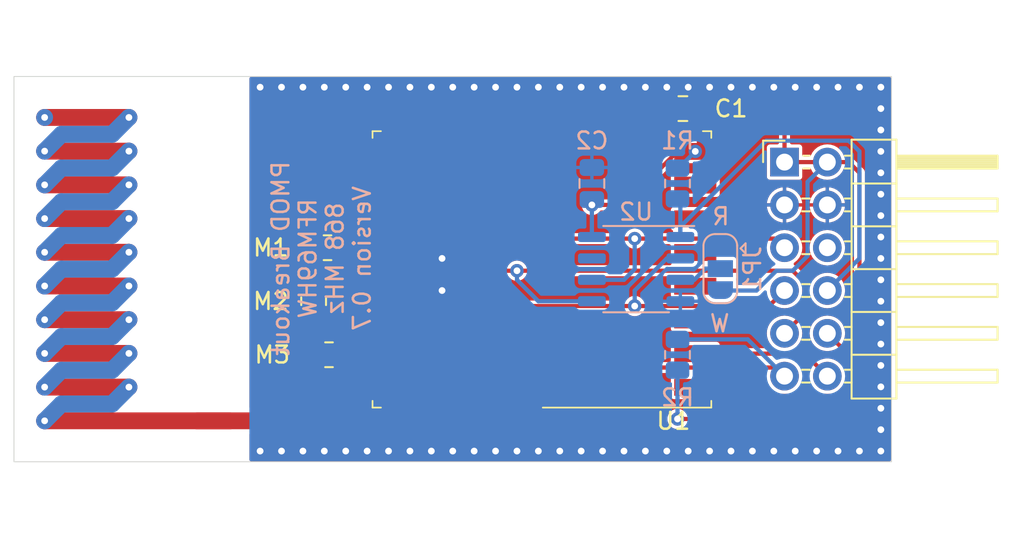
<source format=kicad_pcb>
(kicad_pcb (version 20221018) (generator pcbnew)
  (layers (0 "F.Cu" signal) (31 "B.Cu" signal) (34 "B.Paste" user) (35 "F.Paste" user) (36 "B.SilkS" user "B.Silkscreen") (37 "F.SilkS" user "F.Silkscreen") (38 "B.Mask" user) (39 "F.Mask" user) (44 "Edge.Cuts" user))
  (net 0 "")
  (net 1 "GND")
  (net 2 "DIO0")
  (net 3 "nRESET")
  (net 4 "nCS")
  (net 5 "SCK")
  (net 6 "MOSI")
  (net 7 "MISO")
  (net 8 "VCC")
  (net 10 "nCS2")
  (net 11 "Net-(AE1-A)")
  (net 13 "Net-(U1-ANA)")
  (net 18 "Net-(JP1-C)")
  (footprint "Connector_PinHeader_2.54mm:PinHeader_2x06_P2.54mm_Horizontal" (layer "F.Cu") (at 149.86 43.18)
    (fp_text reference "J1" hide)
    (fp_text value "Conn_02x06_Odd_Even")
    (fp_line (start -1.27 -1.27) (end 0 -1.27) (stroke (width 0.12)) (layer "F.SilkS"))
    (fp_line (start -1.27 0) (end -1.27 -1.27) (stroke (width 0.12)) (layer "F.SilkS"))
    (fp_line (start 1.042929 2.16) (end 1.497071 2.16) (stroke (width 0.12)) (layer "F.SilkS"))
    (fp_line (start 1.042929 2.92) (end 1.497071 2.92) (stroke (width 0.12)) (layer "F.SilkS"))
    (fp_line (start 1.042929 4.7) (end 1.497071 4.7) (stroke (width 0.12)) (layer "F.SilkS"))
    (fp_line (start 1.042929 5.46) (end 1.497071 5.46) (stroke (width 0.12)) (layer "F.SilkS"))
    (fp_line (start 1.042929 7.24) (end 1.497071 7.24) (stroke (width 0.12)) (layer "F.SilkS"))
    (fp_line (start 1.042929 8) (end 1.497071 8) (stroke (width 0.12)) (layer "F.SilkS"))
    (fp_line (start 1.042929 9.78) (end 1.497071 9.78) (stroke (width 0.12)) (layer "F.SilkS"))
    (fp_line (start 1.042929 10.54) (end 1.497071 10.54) (stroke (width 0.12)) (layer "F.SilkS"))
    (fp_line (start 1.042929 12.32) (end 1.497071 12.32) (stroke (width 0.12)) (layer "F.SilkS"))
    (fp_line (start 1.042929 13.08) (end 1.497071 13.08) (stroke (width 0.12)) (layer "F.SilkS"))
    (fp_line (start 1.11 -0.38) (end 1.497071 -0.38) (stroke (width 0.12)) (layer "F.SilkS"))
    (fp_line (start 1.11 0.38) (end 1.497071 0.38) (stroke (width 0.12)) (layer "F.SilkS"))
    (fp_line (start 3.582929 -0.38) (end 3.98 -0.38) (stroke (width 0.12)) (layer "F.SilkS"))
    (fp_line (start 3.582929 0.38) (end 3.98 0.38) (stroke (width 0.12)) (layer "F.SilkS"))
    (fp_line (start 3.582929 2.16) (end 3.98 2.16) (stroke (width 0.12)) (layer "F.SilkS"))
    (fp_line (start 3.582929 2.92) (end 3.98 2.92) (stroke (width 0.12)) (layer "F.SilkS"))
    (fp_line (start 3.582929 4.7) (end 3.98 4.7) (stroke (width 0.12)) (layer "F.SilkS"))
    (fp_line (start 3.582929 5.46) (end 3.98 5.46) (stroke (width 0.12)) (layer "F.SilkS"))
    (fp_line (start 3.582929 7.24) (end 3.98 7.24) (stroke (width 0.12)) (layer "F.SilkS"))
    (fp_line (start 3.582929 8) (end 3.98 8) (stroke (width 0.12)) (layer "F.SilkS"))
    (fp_line (start 3.582929 9.78) (end 3.98 9.78) (stroke (width 0.12)) (layer "F.SilkS"))
    (fp_line (start 3.582929 10.54) (end 3.98 10.54) (stroke (width 0.12)) (layer "F.SilkS"))
    (fp_line (start 3.582929 12.32) (end 3.98 12.32) (stroke (width 0.12)) (layer "F.SilkS"))
    (fp_line (start 3.582929 13.08) (end 3.98 13.08) (stroke (width 0.12)) (layer "F.SilkS"))
    (fp_line (start 3.98 -1.33) (end 3.98 14.03) (stroke (width 0.12)) (layer "F.SilkS"))
    (fp_line (start 3.98 1.27) (end 6.64 1.27) (stroke (width 0.12)) (layer "F.SilkS"))
    (fp_line (start 3.98 3.81) (end 6.64 3.81) (stroke (width 0.12)) (layer "F.SilkS"))
    (fp_line (start 3.98 6.35) (end 6.64 6.35) (stroke (width 0.12)) (layer "F.SilkS"))
    (fp_line (start 3.98 8.89) (end 6.64 8.89) (stroke (width 0.12)) (layer "F.SilkS"))
    (fp_line (start 3.98 11.43) (end 6.64 11.43) (stroke (width 0.12)) (layer "F.SilkS"))
    (fp_line (start 3.98 14.03) (end 6.64 14.03) (stroke (width 0.12)) (layer "F.SilkS"))
    (fp_line (start 6.64 -1.33) (end 3.98 -1.33) (stroke (width 0.12)) (layer "F.SilkS"))
    (fp_line (start 6.64 -0.38) (end 12.64 -0.38) (stroke (width 0.12)) (layer "F.SilkS"))
    (fp_line (start 6.64 -0.32) (end 12.64 -0.32) (stroke (width 0.12)) (layer "F.SilkS"))
    (fp_line (start 6.64 -0.2) (end 12.64 -0.2) (stroke (width 0.12)) (layer "F.SilkS"))
    (fp_line (start 6.64 -0.08) (end 12.64 -0.08) (stroke (width 0.12)) (layer "F.SilkS"))
    (fp_line (start 6.64 0.04) (end 12.64 0.04) (stroke (width 0.12)) (layer "F.SilkS"))
    (fp_line (start 6.64 0.16) (end 12.64 0.16) (stroke (width 0.12)) (layer "F.SilkS"))
    (fp_line (start 6.64 0.28) (end 12.64 0.28) (stroke (width 0.12)) (layer "F.SilkS"))
    (fp_line (start 6.64 2.16) (end 12.64 2.16) (stroke (width 0.12)) (layer "F.SilkS"))
    (fp_line (start 6.64 4.7) (end 12.64 4.7) (stroke (width 0.12)) (layer "F.SilkS"))
    (fp_line (start 6.64 7.24) (end 12.64 7.24) (stroke (width 0.12)) (layer "F.SilkS"))
    (fp_line (start 6.64 9.78) (end 12.64 9.78) (stroke (width 0.12)) (layer "F.SilkS"))
    (fp_line (start 6.64 12.32) (end 12.64 12.32) (stroke (width 0.12)) (layer "F.SilkS"))
    (fp_line (start 6.64 14.03) (end 6.64 -1.33) (stroke (width 0.12)) (layer "F.SilkS"))
    (fp_line (start 12.64 -0.38) (end 12.64 0.38) (stroke (width 0.12)) (layer "F.SilkS"))
    (fp_line (start 12.64 0.38) (end 6.64 0.38) (stroke (width 0.12)) (layer "F.SilkS"))
    (fp_line (start 12.64 2.16) (end 12.64 2.92) (stroke (width 0.12)) (layer "F.SilkS"))
    (fp_line (start 12.64 2.92) (end 6.64 2.92) (stroke (width 0.12)) (layer "F.SilkS"))
    (fp_line (start 12.64 4.7) (end 12.64 5.46) (stroke (width 0.12)) (layer "F.SilkS"))
    (fp_line (start 12.64 5.46) (end 6.64 5.46) (stroke (width 0.12)) (layer "F.SilkS"))
    (fp_line (start 12.64 7.24) (end 12.64 8) (stroke (width 0.12)) (layer "F.SilkS"))
    (fp_line (start 12.64 8) (end 6.64 8) (stroke (width 0.12)) (layer "F.SilkS"))
    (fp_line (start 12.64 9.78) (end 12.64 10.54) (stroke (width 0.12)) (layer "F.SilkS"))
    (fp_line (start 12.64 10.54) (end 6.64 10.54) (stroke (width 0.12)) (layer "F.SilkS"))
    (fp_line (start 12.64 12.32) (end 12.64 13.08) (stroke (width 0.12)) (layer "F.SilkS"))
    (fp_line (start 12.64 13.08) (end 6.64 13.08) (stroke (width 0.12)) (layer "F.SilkS"))
    (pad "1" thru_hole rect (at 0 0) (size 1.7 1.7) (drill 1) (layers "*.Cu" "*.Mask") (net 8 "VCC"))
    (pad "2" thru_hole oval (at 2.54 0) (size 1.7 1.7) (drill 1) (layers "*.Cu" "*.Mask") (net 8 "VCC"))
    (pad "3" thru_hole oval (at 0 2.54) (size 1.7 1.7) (drill 1) (layers "*.Cu" "*.Mask") (net 1 "GND"))
    (pad "4" thru_hole oval (at 2.54 2.54) (size 1.7 1.7) (drill 1) (layers "*.Cu" "*.Mask") (net 1 "GND"))
    (pad "5" thru_hole oval (at 0 5.08) (size 1.7 1.7) (drill 1) (layers "*.Cu" "*.Mask") (net 5 "SCK"))
    (pad "6" thru_hole oval (at 2.54 5.08) (size 1.7 1.7) (drill 1) (layers "*.Cu" "*.Mask"))
    (pad "7" thru_hole oval (at 0 7.62) (size 1.7 1.7) (drill 1) (layers "*.Cu" "*.Mask") (net 7 "MISO"))
    (pad "8" thru_hole oval (at 2.54 7.62) (size 1.7 1.7) (drill 1) (layers "*.Cu" "*.Mask") (net 10 "nCS2"))
    (pad "9" thru_hole oval (at 0 10.16) (size 1.7 1.7) (drill 1) (layers "*.Cu" "*.Mask") (net 6 "MOSI"))
    (pad "10" thru_hole oval (at 2.54 10.16) (size 1.7 1.7) (drill 1) (layers "*.Cu" "*.Mask") (net 3 "nRESET"))
    (pad "11" thru_hole oval (at 0 12.7) (size 1.7 1.7) (drill 1) (layers "*.Cu" "*.Mask") (net 4 "nCS"))
    (pad "12" thru_hole oval (at 2.54 12.7) (size 1.7 1.7) (drill 1) (layers "*.Cu" "*.Mask") (net 2 "DIO0"))
  )
  (footprint "Resistor_SMD:R_0805_2012Metric" (layer "F.Cu") (at 122.8325 54.61)
    (fp_text reference "M3" (at -3.365 0) (layer "F.SilkS"))
    (fp_text value "12 nH")
    (fp_line (start -0.227064 -0.735) (end 0.227064 -0.735) (stroke (width 0.12)) (layer "F.SilkS"))
    (fp_line (start -0.227064 0.735) (end 0.227064 0.735) (stroke (width 0.12)) (layer "F.SilkS"))
    (pad "1" smd roundrect (at -0.9125 0) (size 1.025 1.4) (layers "F.Cu" "F.Paste" "F.Mask") (roundrect_rratio 0.243902439) (net 11 "Net-(AE1-A)"))
    (pad "2" smd roundrect (at 0.9125 0) (size 1.025 1.4) (layers "F.Cu" "F.Paste" "F.Mask") (roundrect_rratio 0.243902439) (net 1 "GND"))
  )
  (footprint "Capacitor_SMD:C_0805_2012Metric" (layer "F.Cu") (at 143.83 40.005 180)
    (fp_text reference "C1" (at -2.855 0) (layer "F.SilkS"))
    (fp_text value "C_Small")
    (fp_line (start -0.261252 -0.735) (end 0.261252 -0.735) (stroke (width 0.12)) (layer "F.SilkS"))
    (fp_line (start -0.261252 0.735) (end 0.261252 0.735) (stroke (width 0.12)) (layer "F.SilkS"))
    (pad "1" smd roundrect (at -0.95 0 180) (size 1 1.45) (layers "F.Cu" "F.Paste" "F.Mask") (net 8 "VCC"))
    (pad "2" smd roundrect (at 0.95 0 180) (size 1 1.45) (layers "F.Cu" "F.Paste" "F.Mask") (net 1 "GND"))
  )
  (footprint "Resistor_SMD:R_0805_2012Metric" (layer "F.Cu") (at 122.745 48.26)
    (fp_text reference "M1" (at -3.365 0) (layer "F.SilkS"))
    (fp_text value "DNP")
    (fp_line (start -0.227064 -0.735) (end 0.227064 -0.735) (stroke (width 0.12)) (layer "F.SilkS"))
    (fp_line (start -0.227064 0.735) (end 0.227064 0.735) (stroke (width 0.12)) (layer "F.SilkS"))
    (pad "1" smd roundrect (at -0.9125 0) (size 1.025 1.4) (layers "F.Cu" "F.Paste" "F.Mask") (roundrect_rratio 0.243902439) (net 13 "Net-(U1-ANA)"))
    (pad "2" smd roundrect (at 0.9125 0) (size 1.025 1.4) (layers "F.Cu" "F.Paste" "F.Mask") (roundrect_rratio 0.243902439) (net 1 "GND"))
  )
  (footprint "Resistor_SMD:R_0805_2012Metric" (layer "F.Cu") (at 121.92 51.435 -90)
    (fp_text reference "M2" (at 0 2.54) (layer "F.SilkS"))
    (fp_text value "1 pF")
    (fp_line (start -0.227064 -0.735) (end 0.227064 -0.735) (stroke (width 0.12)) (layer "F.SilkS"))
    (fp_line (start -0.227064 0.735) (end 0.227064 0.735) (stroke (width 0.12)) (layer "F.SilkS"))
    (pad "1" smd roundrect (at -0.9125 0 270) (size 1.025 1.4) (layers "F.Cu" "F.Paste" "F.Mask") (roundrect_rratio 0.243902439) (net 13 "Net-(U1-ANA)"))
    (pad "2" smd roundrect (at 0.9125 0 270) (size 1.025 1.4) (layers "F.Cu" "F.Paste" "F.Mask") (roundrect_rratio 0.243902439) (net 11 "Net-(AE1-A)"))
  )
  (footprint "RF_Module:HOPERF_RFM69HW" (layer "F.Cu") (at 135.465 49.545 180)
    (fp_text reference "U1" (at -7.8 -9) (layer "F.SilkS"))
    (fp_text value "RFM69HW")
    (fp_line (start -10.05 -8.2) (end -10.05 -7.8) (stroke (width 0.1)) (layer "F.SilkS"))
    (fp_line (start -10.05 -8.2) (end -0.05 -8.2) (stroke (width 0.1)) (layer "F.SilkS"))
    (fp_line (start -10.05 7.8) (end -10.05 8.2) (stroke (width 0.1)) (layer "F.SilkS"))
    (fp_line (start -10.05 8.2) (end -9.55 8.2) (stroke (width 0.1)) (layer "F.SilkS"))
    (fp_line (start 9.55 -8.2) (end 10.05 -8.2) (stroke (width 0.1)) (layer "F.SilkS"))
    (fp_line (start 9.55 8.2) (end 10.05 8.2) (stroke (width 0.1)) (layer "F.SilkS"))
    (fp_line (start 10.05 -8.2) (end 10.05 -7.8) (stroke (width 0.1)) (layer "F.SilkS"))
    (fp_line (start 10.05 7.8) (end 10.05 8.2) (stroke (width 0.1)) (layer "F.SilkS"))
    (pad "1" smd rect (at -9.1 -7 180) (size 2.5 1) (layers "F.Cu" "F.Paste" "F.Mask") (net 3 "nRESET"))
    (pad "2" smd rect (at -9.1 -5 180) (size 2.5 1) (layers "F.Cu" "F.Paste" "F.Mask") (net 2 "DIO0"))
    (pad "3" smd rect (at -9.1 -3 180) (size 2.5 1) (layers "F.Cu" "F.Paste" "F.Mask"))
    (pad "4" smd rect (at -9.1 -1 180) (size 2.5 1) (layers "F.Cu" "F.Paste" "F.Mask"))
    (pad "5" smd rect (at -9.1 1 180) (size 2.5 1) (layers "F.Cu" "F.Paste" "F.Mask"))
    (pad "6" smd rect (at -9.1 3 180) (size 2.5 1) (layers "F.Cu" "F.Paste" "F.Mask"))
    (pad "7" smd rect (at -9.1 5 180) (size 2.5 1) (layers "F.Cu" "F.Paste" "F.Mask"))
    (pad "8" smd rect (at -9.1 7 180) (size 2.5 1) (layers "F.Cu" "F.Paste" "F.Mask") (net 8 "VCC"))
    (pad "9" smd rect (at 9.1 7 180) (size 2.5 1) (layers "F.Cu" "F.Paste" "F.Mask") (net 1 "GND"))
    (pad "10" smd rect (at 9.1 5 180) (size 2.5 1) (layers "F.Cu" "F.Paste" "F.Mask") (net 13 "Net-(U1-ANA)"))
    (pad "11" smd rect (at 9.1 3 180) (size 2.5 1) (layers "F.Cu" "F.Paste" "F.Mask") (net 1 "GND"))
    (pad "12" smd rect (at 9.1 1 180) (size 2.5 1) (layers "F.Cu" "F.Paste" "F.Mask") (net 5 "SCK"))
    (pad "13" smd rect (at 9.1 -1 180) (size 2.5 1) (layers "F.Cu" "F.Paste" "F.Mask") (net 6 "MOSI"))
    (pad "14" smd rect (at 9.1 -3 180) (size 2.5 1) (layers "F.Cu" "F.Paste" "F.Mask") (net 7 "MISO"))
    (pad "15" smd rect (at 9.1 -5 180) (size 2.5 1) (layers "F.Cu" "F.Paste" "F.Mask") (net 4 "nCS"))
    (pad "16" smd rect (at 9.1 -7 180) (size 2.5 1) (layers "F.Cu" "F.Paste" "F.Mask"))
  )
  (footprint "RF_Antenna:Texas_SWRA416_868MHz_915MHz" (layer "F.Cu") (at 111.76 49.53 90)
    (fp_text reference "AE1" hide)
    (fp_text value "Antenna")
    (fp_line (start -9 5.2) (end -9 -5.8) (stroke (width 1)) (layer "F.Cu"))
    (fp_line (start -7 -5.8) (end -7 -0.8) (stroke (width 1)) (layer "F.Cu"))
    (fp_line (start -5 -5.8) (end -5 -0.8) (stroke (width 1)) (layer "F.Cu"))
    (fp_line (start -3 -5.8) (end -3 -0.8) (stroke (width 1)) (layer "F.Cu"))
    (fp_line (start -1 -5.8) (end -1 -0.8) (stroke (width 1)) (layer "F.Cu"))
    (fp_line (start 1 -5.8) (end 1 -0.8) (stroke (width 1)) (layer "F.Cu"))
    (fp_line (start 3 -5.8) (end 3 -0.8) (stroke (width 1)) (layer "F.Cu"))
    (fp_line (start 5 -5.8) (end 5 -0.8) (stroke (width 1)) (layer "F.Cu"))
    (fp_line (start 7 -5.8) (end 7 -0.8) (stroke (width 1)) (layer "F.Cu"))
    (fp_line (start 9 -5.8) (end 9 -0.8) (stroke (width 1)) (layer "F.Cu"))
    (fp_line (start -9 -5.8) (end -8 -4.8) (stroke (width 1)) (layer "B.Cu"))
    (fp_line (start -8 -4.8) (end -8 -1.8) (stroke (width 1)) (layer "B.Cu"))
    (fp_line (start -8 -1.8) (end -7 -0.8) (stroke (width 1)) (layer "B.Cu"))
    (fp_line (start -7 -5.8) (end -6 -4.8) (stroke (width 1)) (layer "B.Cu"))
    (fp_line (start -6 -4.8) (end -6 -1.8) (stroke (width 1)) (layer "B.Cu"))
    (fp_line (start -6 -1.8) (end -5 -0.8) (stroke (width 1)) (layer "B.Cu"))
    (fp_line (start -5 -5.8) (end -4 -4.8) (stroke (width 1)) (layer "B.Cu"))
    (fp_line (start -4 -4.8) (end -4 -1.8) (stroke (width 1)) (layer "B.Cu"))
    (fp_line (start -4 -1.8) (end -3 -0.8) (stroke (width 1)) (layer "B.Cu"))
    (fp_line (start -3 -5.8) (end -2 -4.8) (stroke (width 1)) (layer "B.Cu"))
    (fp_line (start -2 -4.8) (end -2 -1.8) (stroke (width 1)) (layer "B.Cu"))
    (fp_line (start -2 -1.8) (end -1 -0.8) (stroke (width 1)) (layer "B.Cu"))
    (fp_line (start -1 -5.8) (end 0 -4.8) (stroke (width 1)) (layer "B.Cu"))
    (fp_line (start 0 -4.8) (end 0 -1.8) (stroke (width 1)) (layer "B.Cu"))
    (fp_line (start 0 -1.8) (end 1 -0.8) (stroke (width 1)) (layer "B.Cu"))
    (fp_line (start 1 -5.8) (end 2 -4.8) (stroke (width 1)) (layer "B.Cu"))
    (fp_line (start 2 -4.8) (end 2 -1.8) (stroke (width 1)) (layer "B.Cu"))
    (fp_line (start 2 -1.8) (end 3 -0.8) (stroke (width 1)) (layer "B.Cu"))
    (fp_line (start 3 -5.8) (end 4 -4.8) (stroke (width 1)) (layer "B.Cu"))
    (fp_line (start 4 -4.8) (end 4 -1.8) (stroke (width 1)) (layer "B.Cu"))
    (fp_line (start 4 -1.8) (end 5 -0.8) (stroke (width 1)) (layer "B.Cu"))
    (fp_line (start 5 -5.8) (end 6 -4.8) (stroke (width 1)) (layer "B.Cu"))
    (fp_line (start 6 -4.8) (end 6 -1.8) (stroke (width 1)) (layer "B.Cu"))
    (fp_line (start 6 -1.8) (end 7 -0.8) (stroke (width 1)) (layer "B.Cu"))
    (fp_line (start 7 -5.8) (end 8 -4.8) (stroke (width 1)) (layer "B.Cu"))
    (fp_line (start 8 -4.8) (end 8 -1.8) (stroke (width 1)) (layer "B.Cu"))
    (fp_line (start 8 -1.8) (end 9 -0.8) (stroke (width 1)) (layer "B.Cu"))
    (pad "" thru_hole circle (at -9 -5.8 270) (size 1 1) (drill 0.4) (layers "*.Cu"))
    (pad "" thru_hole circle (at -7 -5.8 270) (size 1 1) (drill 0.4) (layers "*.Cu"))
    (pad "" thru_hole circle (at -7 -0.8 270) (size 1 1) (drill 0.4) (layers "*.Cu"))
    (pad "" thru_hole circle (at -5 -5.8 270) (size 1 1) (drill 0.4) (layers "*.Cu"))
    (pad "" thru_hole circle (at -5 -0.8 270) (size 1 1) (drill 0.4) (layers "*.Cu"))
    (pad "" thru_hole circle (at -3 -5.8 270) (size 1 1) (drill 0.4) (layers "*.Cu"))
    (pad "" thru_hole circle (at -3 -0.8 270) (size 1 1) (drill 0.4) (layers "*.Cu"))
    (pad "" thru_hole circle (at -1 -5.8 270) (size 1 1) (drill 0.4) (layers "*.Cu"))
    (pad "" thru_hole circle (at -1 -0.8 270) (size 1 1) (drill 0.4) (layers "*.Cu"))
    (pad "" thru_hole circle (at 1 -5.8 270) (size 1 1) (drill 0.4) (layers "*.Cu"))
    (pad "" thru_hole circle (at 1 -0.8 270) (size 1 1) (drill 0.4) (layers "*.Cu"))
    (pad "" thru_hole circle (at 3 -5.8 270) (size 1 1) (drill 0.4) (layers "*.Cu"))
    (pad "" thru_hole circle (at 3 -0.8 270) (size 1 1) (drill 0.4) (layers "*.Cu"))
    (pad "" thru_hole circle (at 5 -5.8 270) (size 1 1) (drill 0.4) (layers "*.Cu"))
    (pad "" thru_hole circle (at 5 -0.8 270) (size 1 1) (drill 0.4) (layers "*.Cu"))
    (pad "" thru_hole circle (at 7 -5.8 270) (size 1 1) (drill 0.4) (layers "*.Cu"))
    (pad "" thru_hole circle (at 7 -0.8 270) (size 1 1) (drill 0.4) (layers "*.Cu"))
    (pad "" thru_hole circle (at 9 -5.8 270) (size 1 1) (drill 0.4) (layers "*.Cu"))
    (pad "" thru_hole circle (at 9 -0.8 270) (size 1 1) (drill 0.4) (layers "*.Cu"))
    (pad "1" smd trapezoid (at -9 5.9 270) (size 0.4 0.8) (rect_delta 0 0.3) (layers "F.Cu") (net 11 "Net-(AE1-A)"))
    (zone (net 0) (net_name "") (layer "F.Cu") (connect_pads (clearance 0)) (min_thickness 0.254)
      (keepout (tracks allowed) (vias allowed) (pads allowed) (copperpour not_allowed) (footprints not_allowed))
      (fill (thermal_gap 0.508) (thermal_bridge_width 0.508))
      (polygon (pts (xy 117.46 59.23) (xy 117.46 39.83) (xy 105.26 39.83) (xy 105.26 59.23)))
    )
  )
  (footprint "Jumper:SolderJumper-3_P1.3mm_Open_RoundedPad1.0x1.5mm" (layer "B.Cu") (at 146.05 49.5 -90)
    (fp_text reference "JP1" (at 0.03 -1.905 90) (layer "B.SilkS") (effects (justify mirror)))
    (fp_text value "SolderJumper_3_Open")
    (fp_line (start -2.05 -0.3) (end -2.05 0.3) (stroke (width 0.12)) (layer "B.SilkS"))
    (fp_line (start -1.5 -1.5) (end -0.9 -1.5) (stroke (width 0.12)) (layer "B.SilkS"))
    (fp_line (start -1.4 1) (end 1.4 1) (stroke (width 0.12)) (layer "B.SilkS"))
    (fp_line (start -1.2 -1.2) (end -1.5 -1.5) (stroke (width 0.12)) (layer "B.SilkS"))
    (fp_line (start -1.2 -1.2) (end -0.9 -1.5) (stroke (width 0.12)) (layer "B.SilkS"))
    (fp_line (start 1.4 -1) (end -1.4 -1) (stroke (width 0.12)) (layer "B.SilkS"))
    (fp_line (start 2.05 0.3) (end 2.05 -0.3) (stroke (width 0.12)) (layer "B.SilkS"))
    (fp_arc (start -2.05 -0.3) (mid -1.844975 -0.794975) (end -1.35 -1) (stroke (width 0.12)) (layer "B.SilkS"))
    (fp_arc (start -1.35 1) (mid -1.844975 0.794975) (end -2.05 0.3) (stroke (width 0.12)) (layer "B.SilkS"))
    (fp_arc (start 1.35 -1) (mid 1.844975 -0.794975) (end 2.05 -0.3) (stroke (width 0.12)) (layer "B.SilkS"))
    (fp_arc (start 2.05 0.3) (mid 1.844975 0.794975) (end 1.35 1) (stroke (width 0.12)) (layer "B.SilkS"))
    (pad "1" smd custom (at -1.3 0 270) (size 1 0.5) (layers "B.Cu" "B.Mask") (net 1 "GND") (options (clearance outline) (anchor rect)) (primitives (gr_circle (center 0 -0.25) (end 0.5 -0.25) (width 0) (fill yes)) (gr_circle (center 0 0.25) (end 0.5 0.25) (width 0) (fill yes)) (gr_poly (pts (xy 0.55 -0.75) (xy 0 -0.75) (xy 0 0.75) (xy 0.55 0.75)) (width 0) (fill yes))))
    (pad "2" smd rect (at 0 0 270) (size 1 1.5) (layers "B.Cu" "B.Mask") (net 18 "Net-(JP1-C)"))
    (pad "3" smd custom (at 1.3 0 270) (size 1 0.5) (layers "B.Cu" "B.Mask") (net 8 "VCC") (options (clearance outline) (anchor rect)) (primitives (gr_circle (center 0 -0.25) (end 0.5 -0.25) (width 0) (fill yes)) (gr_circle (center 0 0.25) (end 0.5 0.25) (width 0) (fill yes)) (gr_poly (pts (xy 0 -0.75) (xy -0.55 -0.75) (xy -0.55 0.75) (xy 0 0.75)) (width 0) (fill yes))))
  )
  (footprint "Resistor_SMD:R_0805_2012Metric" (layer "B.Cu") (at 143.51 54.61 90)
    (fp_text reference "R2" (at -2.54 0 180) (layer "B.SilkS") (effects (justify mirror)))
    (fp_text value "R_Small")
    (fp_line (start -0.227064 -0.735) (end 0.227064 -0.735) (stroke (width 0.12)) (layer "B.SilkS"))
    (fp_line (start -0.227064 0.735) (end 0.227064 0.735) (stroke (width 0.12)) (layer "B.SilkS"))
    (pad "1" smd roundrect (at -0.9125 0 90) (size 1.025 1.4) (layers "B.Cu" "B.Paste" "B.Mask") (roundrect_rratio 0.243902439) (net 8 "VCC"))
    (pad "2" smd roundrect (at 0.9125 0 90) (size 1.025 1.4) (layers "B.Cu" "B.Paste" "B.Mask") (roundrect_rratio 0.243902439) (net 4 "nCS"))
  )
  (footprint "Resistor_SMD:R_0805_2012Metric" (layer "B.Cu") (at 143.51 44.45 -90)
    (fp_text reference "R1" (at -2.54 0 -180) (layer "B.SilkS") (effects (justify mirror)))
    (fp_text value "R_Small")
    (fp_line (start -0.227064 -0.735) (end 0.227064 -0.735) (stroke (width 0.12)) (layer "B.SilkS"))
    (fp_line (start -0.227064 0.735) (end 0.227064 0.735) (stroke (width 0.12)) (layer "B.SilkS"))
    (pad "1" smd roundrect (at -0.9125 0 270) (size 1.025 1.4) (layers "B.Cu" "B.Paste" "B.Mask") (roundrect_rratio 0.243902439) (net 8 "VCC"))
    (pad "2" smd roundrect (at 0.9125 0 270) (size 1.025 1.4) (layers "B.Cu" "B.Paste" "B.Mask") (roundrect_rratio 0.243902439) (net 10 "nCS2"))
  )
  (footprint "Capacitor_SMD:C_0805_2012Metric" (layer "B.Cu") (at 138.43 44.45 90)
    (fp_text reference "C2" (at 2.54 0 180) (layer "B.SilkS") (effects (justify mirror)))
    (fp_text value "C_Small")
    (fp_line (start -0.261252 -0.735) (end 0.261252 -0.735) (stroke (width 0.12)) (layer "B.SilkS"))
    (fp_line (start -0.261252 0.735) (end 0.261252 0.735) (stroke (width 0.12)) (layer "B.SilkS"))
    (pad "1" smd roundrect (at -0.95 0 90) (size 1 1.45) (layers "B.Cu" "B.Paste" "B.Mask") (net 8 "VCC"))
    (pad "2" smd roundrect (at 0.95 0 90) (size 1 1.45) (layers "B.Cu" "B.Paste" "B.Mask") (net 1 "GND"))
  )
  (footprint "Package_SO:SOP-8_3.9x4.9mm_P1.27mm" (layer "B.Cu") (at 141.055 49.53 180)
    (fp_text reference "U2" (at 0 3.4) (layer "B.SilkS") (effects (justify mirror)))
    (fp_text value "SPI FLASH")
    (fp_line (start 0 -2.56) (end -1.95 -2.56) (stroke (width 0.12)) (layer "B.SilkS"))
    (fp_line (start 0 -2.56) (end 1.95 -2.56) (stroke (width 0.12)) (layer "B.SilkS"))
    (fp_line (start 0 2.56) (end -3.45 2.56) (stroke (width 0.12)) (layer "B.SilkS"))
    (fp_line (start 0 2.56) (end 1.95 2.56) (stroke (width 0.12)) (layer "B.SilkS"))
    (pad "1" smd roundrect (at -2.625 1.905 180) (size 1.65 0.6) (layers "B.Cu" "B.Paste" "B.Mask") (net 10 "nCS2"))
    (pad "2" smd roundrect (at -2.625 0.635 180) (size 1.65 0.6) (layers "B.Cu" "B.Paste" "B.Mask") (net 7 "MISO"))
    (pad "3" smd roundrect (at -2.625 -0.635 180) (size 1.65 0.6) (layers "B.Cu" "B.Paste" "B.Mask") (net 18 "Net-(JP1-C)"))
    (pad "4" smd roundrect (at -2.625 -1.905 180) (size 1.65 0.6) (layers "B.Cu" "B.Paste" "B.Mask") (net 1 "GND"))
    (pad "5" smd roundrect (at 2.625 -1.905 180) (size 1.65 0.6) (layers "B.Cu" "B.Paste" "B.Mask") (net 6 "MOSI"))
    (pad "6" smd roundrect (at 2.625 -0.635 180) (size 1.65 0.6) (layers "B.Cu" "B.Paste" "B.Mask") (net 5 "SCK"))
    (pad "7" smd roundrect (at 2.625 0.635 180) (size 1.65 0.6) (layers "B.Cu" "B.Paste" "B.Mask"))
    (pad "8" smd roundrect (at 2.625 1.905 180) (size 1.65 0.6) (layers "B.Cu" "B.Paste" "B.Mask") (net 8 "VCC"))
  )
  (gr_rect (start 104.14 38.1) (end 156.21 60.96) (stroke (width 0.05)) (fill none) (layer "Edge.Cuts"))
  (gr_text "PMOD Breakout\nRFM69HW\n868 MHz\nVersion 0.7" (at 119.38 48.895 90) (layer "B.SilkS") (effects (font (size 1 1)) (justify top mirror)))
  (gr_text "W" (at 146.685 53.34) (layer "B.SilkS") (effects (font (size 1 1)) (justify left bottom mirror)))
  (gr_text "R" (at 146.685 46.99) (layer "B.SilkS") (effects (font (size 1 1)) (justify left bottom mirror)))
  (segment (start 126.35 42.545) (end 126.365 42.53) (width 1) (layer "F.Cu") (net 1))
  (via (at 132.715 38.735) (size 0.8) (drill 0.4) (layers "F.Cu" "B.Cu") (net 1))
  (via (at 136.525 38.735) (size 0.8) (drill 0.4) (layers "F.Cu" "B.Cu") (net 1))
  (via (at 146.685 60.325) (size 0.8) (drill 0.4) (layers "F.Cu" "B.Cu") (net 1))
  (via (at 149.225 38.735) (size 0.8) (drill 0.4) (layers "F.Cu" "B.Cu") (net 1))
  (via (at 123.825 60.325) (size 0.8) (drill 0.4) (layers "F.Cu" "B.Cu") (net 1))
  (via (at 139.065 38.735) (size 0.8) (drill 0.4) (layers "F.Cu" "B.Cu") (net 1))
  (via (at 155.575 50.165) (size 0.8) (drill 0.4) (layers "F.Cu" "B.Cu") (net 1))
  (via (at 129.54 48.895) (size 0.8) (drill 0.4) (layers "F.Cu" "B.Cu") (net 1))
  (via (at 126.365 38.735) (size 0.8) (drill 0.4) (layers "F.Cu" "B.Cu") (net 1))
  (via (at 130.175 38.735) (size 0.8) (drill 0.4) (layers "F.Cu" "B.Cu") (net 1))
  (via (at 129.54 50.8) (size 0.8) (drill 0.4) (layers "F.Cu" "B.Cu") (net 1))
  (via (at 133.985 60.325) (size 0.8) (drill 0.4) (layers "F.Cu" "B.Cu") (net 1))
  (via (at 135.255 38.735) (size 0.8) (drill 0.4) (layers "F.Cu" "B.Cu") (net 1))
  (via (at 147.955 38.735) (size 0.8) (drill 0.4) (layers "F.Cu" "B.Cu") (net 1))
  (via (at 144.145 60.325) (size 0.8) (drill 0.4) (layers "F.Cu" "B.Cu") (net 1))
  (via (at 137.795 60.325) (size 0.8) (drill 0.4) (layers "F.Cu" "B.Cu") (net 1))
  (via (at 126.365 60.325) (size 0.8) (drill 0.4) (layers "F.Cu" "B.Cu") (net 1))
  (via (at 128.905 38.735) (size 0.8) (drill 0.4) (layers "F.Cu" "B.Cu") (net 1))
  (via (at 147.955 60.325) (size 0.8) (drill 0.4) (layers "F.Cu" "B.Cu") (net 1))
  (via (at 137.795 38.735) (size 0.8) (drill 0.4) (layers "F.Cu" "B.Cu") (net 1))
  (via (at 131.445 38.735) (size 0.8) (drill 0.4) (layers "F.Cu" "B.Cu") (net 1))
  (via (at 149.225 60.325) (size 0.8) (drill 0.4) (layers "F.Cu" "B.Cu") (net 1))
  (via (at 146.685 38.735) (size 0.8) (drill 0.4) (layers "F.Cu" "B.Cu") (net 1))
  (via (at 142.875 60.325) (size 0.8) (drill 0.4) (layers "F.Cu" "B.Cu") (net 1))
  (via (at 130.175 60.325) (size 0.8) (drill 0.4) (layers "F.Cu" "B.Cu") (net 1))
  (via (at 155.575 40.005) (size 0.8) (drill 0.4) (layers "F.Cu" "B.Cu") (net 1))
  (via (at 122.555 38.735) (size 0.8) (drill 0.4) (layers "F.Cu" "B.Cu") (net 1))
  (via (at 121.285 60.325) (size 0.8) (drill 0.4) (layers "F.Cu" "B.Cu") (net 1))
  (via (at 144.145 38.735) (size 0.8) (drill 0.4) (layers "F.Cu" "B.Cu") (net 1))
  (via (at 154.305 60.325) (size 0.8) (drill 0.4) (layers "F.Cu" "B.Cu") (net 1))
  (via (at 150.495 60.325) (size 0.8) (drill 0.4) (layers "F.Cu" "B.Cu") (net 1))
  (via (at 127.635 38.735) (size 0.8) (drill 0.4) (layers "F.Cu" "B.Cu") (net 1))
  (via (at 131.445 60.325) (size 0.8) (drill 0.4) (layers "F.Cu" "B.Cu") (net 1))
  (via (at 140.335 38.735) (size 0.8) (drill 0.4) (layers "F.Cu" "B.Cu") (net 1))
  (via (at 155.575 43.815) (size 0.8) (drill 0.4) (layers "F.Cu" "B.Cu") (net 1))
  (via (at 127.635 60.325) (size 0.8) (drill 0.4) (layers "F.Cu" "B.Cu") (net 1))
  (via (at 155.575 53.975) (size 0.8) (drill 0.4) (layers "F.Cu" "B.Cu") (net 1))
  (via (at 142.875 38.735) (size 0.8) (drill 0.4) (layers "F.Cu" "B.Cu") (net 1))
  (via (at 155.575 45.085) (size 0.8) (drill 0.4) (layers "F.Cu" "B.Cu") (net 1))
  (via (at 125.095 38.735) (size 0.8) (drill 0.4) (layers "F.Cu" "B.Cu") (net 1))
  (via (at 155.575 59.055) (size 0.8) (drill 0.4) (layers "F.Cu" "B.Cu") (net 1))
  (via (at 122.555 60.325) (size 0.8) (drill 0.4) (layers "F.Cu" "B.Cu") (net 1))
  (via (at 155.575 60.325) (size 0.8) (drill 0.4) (layers "F.Cu" "B.Cu") (net 1))
  (via (at 155.575 41.275) (size 0.8) (drill 0.4) (layers "F.Cu" "B.Cu") (net 1))
  (via (at 155.575 47.625) (size 0.8) (drill 0.4) (layers "F.Cu" "B.Cu") (net 1))
  (via (at 136.525 60.325) (size 0.8) (drill 0.4) (layers "F.Cu" "B.Cu") (net 1))
  (via (at 121.285 38.735) (size 0.8) (drill 0.4) (layers "F.Cu" "B.Cu") (net 1))
  (via (at 154.305 38.735) (size 0.8) (drill 0.4) (layers "F.Cu" "B.Cu") (net 1))
  (via (at 155.575 52.705) (size 0.8) (drill 0.4) (layers "F.Cu" "B.Cu") (net 1))
  (via (at 125.095 60.325) (size 0.8) (drill 0.4) (layers "F.Cu" "B.Cu") (net 1))
  (via (at 128.905 60.325) (size 0.8) (drill 0.4) (layers "F.Cu" "B.Cu") (net 1))
  (via (at 151.765 38.735) (size 0.8) (drill 0.4) (layers "F.Cu" "B.Cu") (net 1))
  (via (at 133.985 38.735) (size 0.8) (drill 0.4) (layers "F.Cu" "B.Cu") (net 1))
  (via (at 120.015 38.735) (size 0.8) (drill 0.4) (layers "F.Cu" "B.Cu") (net 1))
  (via (at 155.575 56.515) (size 0.8) (drill 0.4) (layers "F.Cu" "B.Cu") (net 1))
  (via (at 118.745 38.735) (size 0.8) (drill 0.4) (layers "F.Cu" "B.Cu") (net 1))
  (via (at 118.745 60.325) (size 0.8) (drill 0.4) (layers "F.Cu" "B.Cu") (net 1))
  (via (at 141.605 38.735) (size 0.8) (drill 0.4) (layers "F.Cu" "B.Cu") (net 1))
  (via (at 153.035 60.325) (size 0.8) (drill 0.4) (layers "F.Cu" "B.Cu") (net 1))
  (via (at 151.765 60.325) (size 0.8) (drill 0.4) (layers "F.Cu" "B.Cu") (net 1))
  (via (at 155.575 42.545) (size 0.8) (drill 0.4) (layers "F.Cu" "B.Cu") (net 1))
  (via (at 155.575 46.355) (size 0.8) (drill 0.4) (layers "F.Cu" "B.Cu") (net 1))
  (via (at 155.575 48.895) (size 0.8) (drill 0.4) (layers "F.Cu" "B.Cu") (net 1))
  (via (at 141.605 60.325) (size 0.8) (drill 0.4) (layers "F.Cu" "B.Cu") (net 1))
  (via (at 145.415 60.325) (size 0.8) (drill 0.4) (layers "F.Cu" "B.Cu") (net 1))
  (via (at 155.575 51.435) (size 0.8) (drill 0.4) (layers "F.Cu" "B.Cu") (net 1))
  (via (at 120.015 60.325) (size 0.8) (drill 0.4) (layers "F.Cu" "B.Cu") (net 1))
  (via (at 123.825 38.735) (size 0.8) (drill 0.4) (layers "F.Cu" "B.Cu") (net 1))
  (via (at 135.255 60.325) (size 0.8) (drill 0.4) (layers "F.Cu" "B.Cu") (net 1))
  (via (at 155.575 57.785) (size 0.8) (drill 0.4) (layers "F.Cu" "B.Cu") (net 1))
  (via (at 155.575 38.735) (size 0.8) (drill 0.4) (layers "F.Cu" "B.Cu") (net 1))
  (via (at 139.065 60.325) (size 0.8) (drill 0.4) (layers "F.Cu" "B.Cu") (net 1))
  (via (at 140.335 60.325) (size 0.8) (drill 0.4) (layers "F.Cu" "B.Cu") (net 1))
  (via (at 155.575 55.245) (size 0.8) (drill 0.4) (layers "F.Cu" "B.Cu") (net 1))
  (via (at 150.495 38.735) (size 0.8) (drill 0.4) (layers "F.Cu" "B.Cu") (net 1))
  (via (at 132.715 60.325) (size 0.8) (drill 0.4) (layers "F.Cu" "B.Cu") (net 1))
  (via (at 153.035 38.735) (size 0.8) (drill 0.4) (layers "F.Cu" "B.Cu") (net 1))
  (via (at 145.415 38.735) (size 0.8) (drill 0.4) (layers "F.Cu" "B.Cu") (net 1))
  (segment (start 144.565 54.545) (end 151.065 54.545) (width 0.25) (layer "F.Cu") (net 2))
  (segment (start 151.065 54.545) (end 152.4 55.88) (width 0.25) (layer "F.Cu") (net 2))
  (segment (start 153.67 56.271701) (end 153.67 54.61) (width 0.25) (layer "F.Cu") (net 3))
  (segment (start 153.67 54.61) (end 152.4 53.34) (width 0.25) (layer "F.Cu") (net 3))
  (segment (start 144.565 56.545) (end 145.075 57.055) (width 0.25) (layer "F.Cu") (net 3))
  (segment (start 152.886701 57.055) (end 153.67 56.271701) (width 0.25) (layer "F.Cu") (net 3))
  (segment (start 145.075 57.055) (end 152.886701 57.055) (width 0.25) (layer "F.Cu") (net 3))
  (segment (start 149.35 55.37) (end 149.86 55.88) (width 0.25) (layer "F.Cu") (net 4))
  (segment (start 127.19 55.37) (end 149.35 55.37) (width 0.25) (layer "F.Cu") (net 4))
  (segment (start 126.365 54.545) (end 127.19 55.37) (width 0.25) (layer "F.Cu") (net 4))
  (segment (start 149.86 55.88) (end 147.6775 53.6975) (width 0.25) (layer "B.Cu") (net 4))
  (segment (start 147.6775 53.6975) (end 143.51 53.6975) (width 0.25) (layer "B.Cu") (net 4))
  (segment (start 140.97 47.72) (end 149.32 47.72) (width 0.25) (layer "F.Cu") (net 5))
  (segment (start 149.32 47.72) (end 149.86 48.26) (width 0.25) (layer "F.Cu") (net 5))
  (segment (start 127.19 47.72) (end 140.97 47.72) (width 0.25) (layer "F.Cu") (net 5))
  (segment (start 126.365 48.545) (end 127.19 47.72) (width 0.25) (layer "F.Cu") (net 5))
  (via (at 140.97 47.72) (size 0.8) (drill 0.4) (layers "F.Cu" "B.Cu") (net 5))
  (segment (start 138.43 50.165) (end 140.335 50.165) (width 0.25) (layer "B.Cu") (net 5))
  (segment (start 140.97 49.53) (end 140.97 47.72) (width 0.25) (layer "B.Cu") (net 5))
  (segment (start 140.335 50.165) (end 140.97 49.53) (width 0.25) (layer "B.Cu") (net 5))
  (segment (start 133.985 49.625) (end 150.346701 49.625) (width 0.25) (layer "F.Cu") (net 6))
  (segment (start 126.365 50.545) (end 127.285 49.625) (width 0.25) (layer "F.Cu") (net 6))
  (segment (start 150.346701 49.625) (end 151.035 50.313299) (width 0.25) (layer "F.Cu") (net 6))
  (segment (start 151.035 52.165) (end 149.86 53.34) (width 0.25) (layer "F.Cu") (net 6))
  (segment (start 151.035 50.313299) (end 151.035 52.165) (width 0.25) (layer "F.Cu") (net 6))
  (segment (start 127.285 49.625) (end 133.985 49.625) (width 0.25) (layer "F.Cu") (net 6))
  (via (at 133.985 49.625) (size 0.8) (drill 0.4) (layers "F.Cu" "B.Cu") (net 6))
  (segment (start 133.985 50.165) (end 133.985 49.625) (width 0.25) (layer "B.Cu") (net 6))
  (segment (start 135.255 51.435) (end 133.985 50.165) (width 0.25) (layer "B.Cu") (net 6))
  (segment (start 138.43 51.435) (end 135.255 51.435) (width 0.25) (layer "B.Cu") (net 6))
  (segment (start 148.94 51.72) (end 149.86 50.8) (width 0.25) (layer "F.Cu") (net 7))
  (segment (start 127.19 51.72) (end 140.97 51.72) (width 0.25) (layer "F.Cu") (net 7))
  (segment (start 140.97 51.72) (end 148.94 51.72) (width 0.25) (layer "F.Cu") (net 7))
  (segment (start 126.365 52.545) (end 127.19 51.72) (width 0.25) (layer "F.Cu") (net 7))
  (via (at 140.97 51.72) (size 0.8) (drill 0.4) (layers "F.Cu" "B.Cu") (net 7))
  (segment (start 142.875 48.895) (end 140.97 50.8) (width 0.25) (layer "B.Cu") (net 7))
  (segment (start 143.68 48.895) (end 142.875 48.895) (width 0.25) (layer "B.Cu") (net 7))
  (segment (start 140.97 50.8) (end 140.97 51.72) (width 0.25) (layer "B.Cu") (net 7))
  (segment (start 154.305 57.15) (end 153.035 58.42) (width 0.25) (layer "F.Cu") (net 8))
  (segment (start 149.86 43.18) (end 149.86 41.275) (width 0.25) (layer "F.Cu") (net 8))
  (segment (start 153.67 43.18) (end 154.305 43.815) (width 0.25) (layer "F.Cu") (net 8))
  (segment (start 152.4 43.18) (end 149.86 43.18) (width 0.25) (layer "F.Cu") (net 8))
  (segment (start 144.78 40.005) (end 144.78 42.33) (width 0.25) (layer "F.Cu") (net 8))
  (segment (start 144.78 42.33) (end 144.565 42.545) (width 0.25) (layer "F.Cu") (net 8))
  (segment (start 152.4 43.18) (end 153.67 43.18) (width 0.25) (layer "F.Cu") (net 8))
  (segment (start 143.51 42.545) (end 140.335 45.72) (width 0.25) (layer "F.Cu") (net 8))
  (segment (start 144.565 42.545) (end 143.51 42.545) (width 0.25) (layer "F.Cu") (net 8))
  (segment (start 153.035 58.42) (end 143.51 58.42) (width 0.25) (layer "F.Cu") (net 8))
  (segment (start 149.86 41.275) (end 148.59 40.005) (width 0.25) (layer "F.Cu") (net 8))
  (segment (start 154.305 43.815) (end 154.305 57.15) (width 0.25) (layer "F.Cu") (net 8))
  (segment (start 140.335 45.72) (end 138.43 45.72) (width 0.25) (layer "F.Cu") (net 8))
  (segment (start 148.59 40.005) (end 144.78 40.005) (width 0.25) (layer "F.Cu") (net 8))
  (via (at 144.565 42.545) (size 0.8) (drill 0.4) (layers "F.Cu" "B.Cu") (net 8))
  (via (at 143.51 58.42) (size 0.8) (drill 0.4) (layers "F.Cu" "B.Cu") (net 8))
  (via (at 138.43 45.72) (size 0.8) (drill 0.4) (layers "F.Cu" "B.Cu") (net 8))
  (segment (start 146.05 50.8) (end 148.198299 50.8) (width 0.25) (layer "B.Cu") (net 8))
  (segment (start 148.198299 50.8) (end 149.373299 49.625) (width 0.25) (layer "B.Cu") (net 8))
  (segment (start 149.373299 49.625) (end 150.346701 49.625) (width 0.25) (layer "B.Cu") (net 8))
  (segment (start 138.43 45.72) (end 138.43 47.625) (width 0.25) (layer "B.Cu") (net 8))
  (segment (start 151.225 48.746701) (end 151.225 44.355) (width 0.25) (layer "B.Cu") (net 8))
  (segment (start 143.5725 43.5375) (end 144.565 42.545) (width 0.25) (layer "B.Cu") (net 8))
  (segment (start 143.51 55.5225) (end 143.51 58.42) (width 0.25) (layer "B.Cu") (net 8))
  (segment (start 143.51 43.5375) (end 143.5725 43.5375) (width 0.25) (layer "B.Cu") (net 8))
  (segment (start 151.225 44.355) (end 152.4 43.18) (width 0.25) (layer "B.Cu") (net 8))
  (segment (start 150.346701 49.625) (end 151.225 48.746701) (width 0.25) (layer "B.Cu") (net 8))
  (segment (start 143.68 47.625) (end 143.68 47.01) (width 0.25) (layer "B.Cu") (net 10))
  (segment (start 143.68 47.625) (end 143.68 45.5325) (width 0.25) (layer "B.Cu") (net 10))
  (segment (start 143.68 47.01) (end 148.78 41.91) (width 0.25) (layer "B.Cu") (net 10))
  (segment (start 143.68 45.5325) (end 143.51 45.3625) (width 0.25) (layer "B.Cu") (net 10))
  (segment (start 148.78 41.91) (end 153.67 41.91) (width 0.25) (layer "B.Cu") (net 10))
  (segment (start 154.305 42.545) (end 154.305 48.895) (width 0.25) (layer "B.Cu") (net 10))
  (segment (start 154.305 48.895) (end 152.4 50.8) (width 0.25) (layer "B.Cu") (net 10))
  (segment (start 153.67 41.91) (end 154.305 42.545) (width 0.25) (layer "B.Cu") (net 10))
  (segment (start 115 58.53) (end 119.905 58.53) (width 1) (layer "F.Cu") (net 11))
  (segment (start 119.905 58.53) (end 121.92 56.515) (width 1) (layer "F.Cu") (net 11))
  (segment (start 121.92 56.515) (end 121.92 52.895) (width 1) (layer "F.Cu") (net 11))
  (segment (start 123.73 44.545) (end 121.92 46.355) (width 1) (layer "F.Cu") (net 13))
  (segment (start 126.365 44.545) (end 123.73 44.545) (width 1) (layer "F.Cu") (net 13))
  (segment (start 121.92 50.5225) (end 121.92 46.355) (width 1) (layer "F.Cu") (net 13))
  (segment (start 143.68 50.165) (end 144.504999 50.165) (width 0.25) (layer "B.Cu") (net 18))
  (segment (start 144.504999 50.165) (end 145.169999 49.5) (width 0.25) (layer "B.Cu") (net 18))
  (segment (start 145.169999 49.5) (end 146.05 49.5) (width 0.25) (layer "B.Cu") (net 18))
  (zone (net 1) (net_name "GND") (layers "F&B.Cu") (connect_pads (clearance 0.2)) (min_thickness 0.2) (fill yes (thermal_gap 0.2) (thermal_bridge_width 0.2))
    (polygon (pts (xy 156.21 60.96) (xy 118.11 60.96) (xy 118.11 38.1) (xy 156.21 38.1)))
  )
)
</source>
